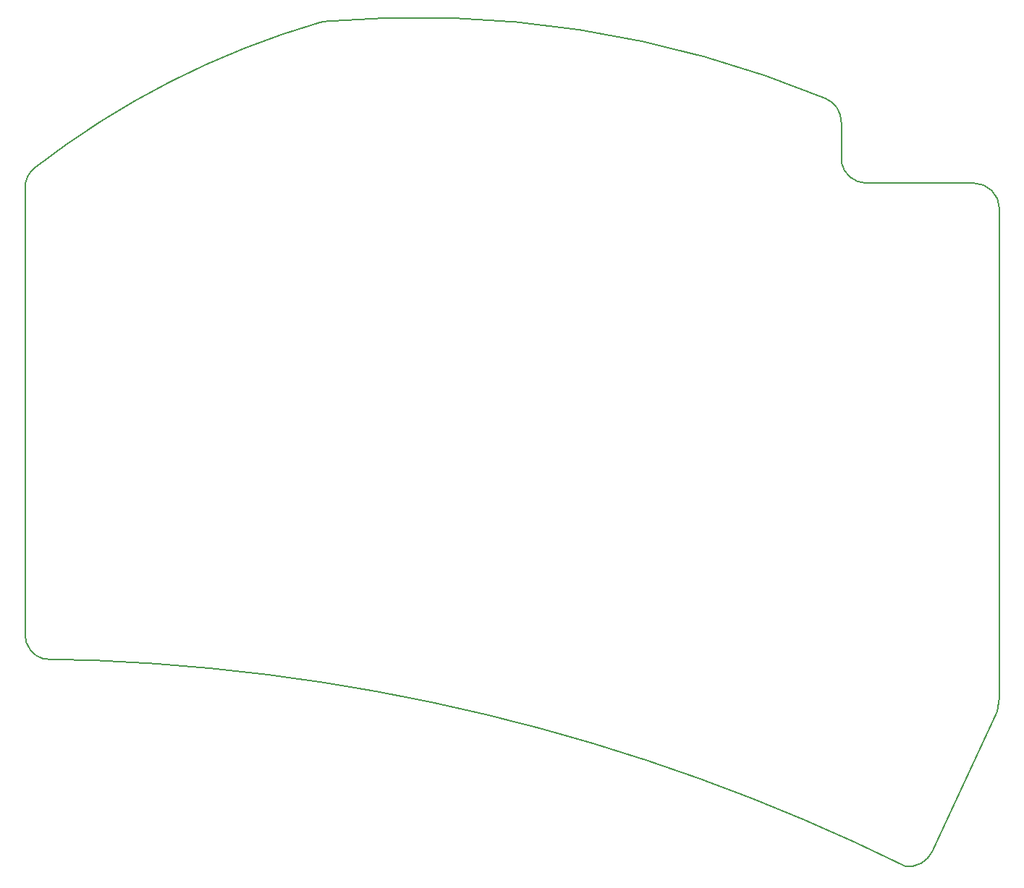
<source format=gbr>
%TF.GenerationSoftware,KiCad,Pcbnew,7.0.10*%
%TF.CreationDate,2024-01-15T23:57:52+02:00*%
%TF.ProjectId,snak_final,736e616b-5f66-4696-9e61-6c2e6b696361,0.1*%
%TF.SameCoordinates,Original*%
%TF.FileFunction,Profile,NP*%
%FSLAX46Y46*%
G04 Gerber Fmt 4.6, Leading zero omitted, Abs format (unit mm)*
G04 Created by KiCad (PCBNEW 7.0.10) date 2024-01-15 23:57:52*
%MOMM*%
%LPD*%
G01*
G04 APERTURE LIST*
%TA.AperFunction,Profile*%
%ADD10C,0.150000*%
%TD*%
G04 APERTURE END LIST*
D10*
X89550000Y-108136568D02*
X89550000Y-55853425D01*
X188000000Y-55300000D02*
X200550000Y-55300000D01*
X203550000Y-58300000D02*
X203550000Y-115550000D01*
X203550000Y-115550000D02*
X203329255Y-117148209D01*
X203329255Y-117148209D02*
X195668338Y-133577098D01*
X89550000Y-108136568D02*
G75*
G03*
X91729527Y-111022192I3000000J0D01*
G01*
X185050000Y-52845436D02*
G75*
G03*
X188000000Y-55300000I2950000J545436D01*
G01*
X203550000Y-58300000D02*
G75*
G03*
X200550000Y-55300000I-3000000J0D01*
G01*
X192528304Y-135279539D02*
G75*
G03*
X195668337Y-133577097I421110J2970296D01*
G01*
X185050000Y-52845436D02*
X185050000Y-48155090D01*
X124094477Y-36472496D02*
G75*
G03*
X90711341Y-53482912I27905523J-96027504D01*
G01*
X183196172Y-45382674D02*
G75*
G03*
X124673264Y-36364467I-47757172J-115517326D01*
G01*
X192528304Y-135279541D02*
G75*
G03*
X91729528Y-111022192I-104028304J-210720459D01*
G01*
X90711340Y-53482912D02*
G75*
G03*
X89550000Y-55853425I1838660J-2370513D01*
G01*
X124673265Y-36364468D02*
G75*
G03*
X124094477Y-36472496I258377J-2988852D01*
G01*
X185050000Y-48155090D02*
G75*
G03*
X183196172Y-45382674I-3000000J0D01*
G01*
M02*

</source>
